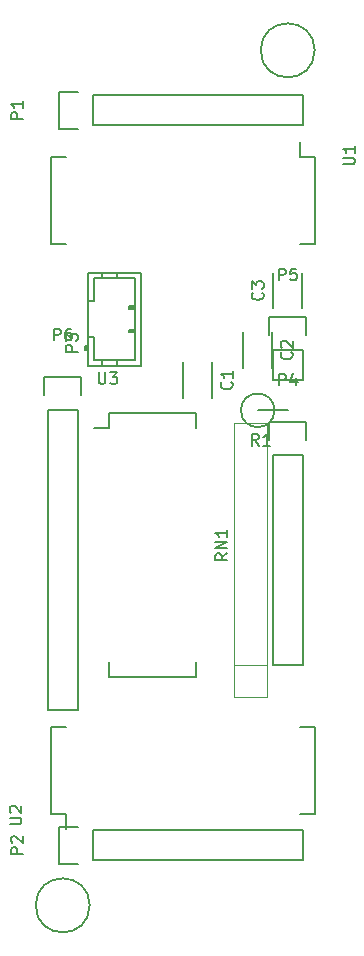
<source format=gbr>
G04 #@! TF.FileFunction,Legend,Top*
%FSLAX46Y46*%
G04 Gerber Fmt 4.6, Leading zero omitted, Abs format (unit mm)*
G04 Created by KiCad (PCBNEW 4.0.6+dfsg1-1) date Tue Oct 24 14:23:59 2017*
%MOMM*%
%LPD*%
G01*
G04 APERTURE LIST*
%ADD10C,0.050000*%
%ADD11C,0.150000*%
%ADD12C,0.120000*%
G04 APERTURE END LIST*
D10*
D11*
X129785000Y-154805000D02*
X131055000Y-154805000D01*
X129785000Y-147455000D02*
X131055000Y-147455000D01*
X152155000Y-147455000D02*
X150885000Y-147455000D01*
X152155000Y-154805000D02*
X150885000Y-154805000D01*
X129785000Y-154805000D02*
X129785000Y-147455000D01*
X152155000Y-154805000D02*
X152155000Y-147455000D01*
X131055000Y-154805000D02*
X131055000Y-156090000D01*
X143490000Y-116590000D02*
X143490000Y-119590000D01*
X140990000Y-119590000D02*
X140990000Y-116590000D01*
X148570000Y-114050000D02*
X148570000Y-117050000D01*
X146070000Y-117050000D02*
X146070000Y-114050000D01*
X148610000Y-112010000D02*
X148610000Y-109010000D01*
X151110000Y-109010000D02*
X151110000Y-112010000D01*
X133350000Y-93980000D02*
X151130000Y-93980000D01*
X151130000Y-93980000D02*
X151130000Y-96520000D01*
X151130000Y-96520000D02*
X133350000Y-96520000D01*
X130530000Y-93700000D02*
X132080000Y-93700000D01*
X133350000Y-93980000D02*
X133350000Y-96520000D01*
X132080000Y-96800000D02*
X130530000Y-96800000D01*
X130530000Y-96800000D02*
X130530000Y-93700000D01*
X133350000Y-156210000D02*
X151130000Y-156210000D01*
X151130000Y-156210000D02*
X151130000Y-158750000D01*
X151130000Y-158750000D02*
X133350000Y-158750000D01*
X130530000Y-155930000D02*
X132080000Y-155930000D01*
X133350000Y-156210000D02*
X133350000Y-158750000D01*
X132080000Y-159030000D02*
X130530000Y-159030000D01*
X130530000Y-159030000D02*
X130530000Y-155930000D01*
X137420000Y-116885000D02*
X132920000Y-116885000D01*
X132920000Y-116885000D02*
X132920000Y-108985000D01*
X132920000Y-108985000D02*
X137420000Y-108985000D01*
X137420000Y-108985000D02*
X137420000Y-116885000D01*
X132920000Y-114435000D02*
X133420000Y-114435000D01*
X133420000Y-114435000D02*
X133420000Y-116385000D01*
X133420000Y-116385000D02*
X136920000Y-116385000D01*
X136920000Y-116385000D02*
X136920000Y-109485000D01*
X136920000Y-109485000D02*
X133420000Y-109485000D01*
X133420000Y-109485000D02*
X133420000Y-111435000D01*
X133420000Y-111435000D02*
X132920000Y-111435000D01*
X134120000Y-116885000D02*
X134120000Y-116385000D01*
X135420000Y-116885000D02*
X135420000Y-116385000D01*
X134120000Y-109485000D02*
X134120000Y-108985000D01*
X135420000Y-109485000D02*
X135420000Y-108985000D01*
X132920000Y-115235000D02*
X132720000Y-115235000D01*
X132720000Y-115235000D02*
X132720000Y-115535000D01*
X132720000Y-115535000D02*
X132920000Y-115535000D01*
X132820000Y-115235000D02*
X132820000Y-115535000D01*
X136920000Y-114035000D02*
X136420000Y-114035000D01*
X136420000Y-114035000D02*
X136420000Y-113835000D01*
X136420000Y-113835000D02*
X136920000Y-113835000D01*
X136920000Y-113935000D02*
X136420000Y-113935000D01*
X136920000Y-112035000D02*
X136420000Y-112035000D01*
X136420000Y-112035000D02*
X136420000Y-111835000D01*
X136420000Y-111835000D02*
X136920000Y-111835000D01*
X136920000Y-111935000D02*
X136420000Y-111935000D01*
X151130000Y-124460000D02*
X151130000Y-142240000D01*
X151130000Y-142240000D02*
X148590000Y-142240000D01*
X148590000Y-142240000D02*
X148590000Y-124460000D01*
X151410000Y-121640000D02*
X151410000Y-123190000D01*
X151130000Y-124460000D02*
X148590000Y-124460000D01*
X148310000Y-123190000D02*
X148310000Y-121640000D01*
X148310000Y-121640000D02*
X151410000Y-121640000D01*
X151130000Y-115570000D02*
X151130000Y-118110000D01*
X151410000Y-112750000D02*
X151410000Y-114300000D01*
X151130000Y-115570000D02*
X148590000Y-115570000D01*
X148310000Y-114300000D02*
X148310000Y-112750000D01*
X148310000Y-112750000D02*
X151410000Y-112750000D01*
X148590000Y-115570000D02*
X148590000Y-118110000D01*
X148590000Y-118110000D02*
X151130000Y-118110000D01*
X132080000Y-120650000D02*
X132080000Y-146050000D01*
X132080000Y-146050000D02*
X129540000Y-146050000D01*
X129540000Y-146050000D02*
X129540000Y-120650000D01*
X132360000Y-117830000D02*
X132360000Y-119380000D01*
X132080000Y-120650000D02*
X129540000Y-120650000D01*
X129260000Y-119380000D02*
X129260000Y-117830000D01*
X129260000Y-117830000D02*
X132360000Y-117830000D01*
X147320000Y-120650000D02*
X149860000Y-120650000D01*
X148739903Y-120650000D02*
G75*
G03X148739903Y-120650000I-1419903J0D01*
G01*
X152146000Y-90170000D02*
G75*
G03X152146000Y-90170000I-2286000J0D01*
G01*
X133096000Y-162560000D02*
G75*
G03X133096000Y-162560000I-2286000J0D01*
G01*
X152155000Y-99195000D02*
X150885000Y-99195000D01*
X152155000Y-106545000D02*
X150885000Y-106545000D01*
X129785000Y-106545000D02*
X131055000Y-106545000D01*
X129785000Y-99195000D02*
X131055000Y-99195000D01*
X152155000Y-99195000D02*
X152155000Y-106545000D01*
X129785000Y-99195000D02*
X129785000Y-106545000D01*
X150885000Y-99195000D02*
X150885000Y-97910000D01*
X134755000Y-120895000D02*
X134755000Y-122165000D01*
X142105000Y-120895000D02*
X142105000Y-122165000D01*
X142105000Y-143265000D02*
X142105000Y-141995000D01*
X134755000Y-143265000D02*
X134755000Y-141995000D01*
X134755000Y-120895000D02*
X142105000Y-120895000D01*
X134755000Y-143265000D02*
X142105000Y-143265000D01*
X134755000Y-122165000D02*
X133470000Y-122165000D01*
D12*
X145285000Y-144950000D02*
X148085000Y-144950000D01*
X148085000Y-144950000D02*
X148085000Y-121750000D01*
X148085000Y-121750000D02*
X145285000Y-121750000D01*
X145285000Y-121750000D02*
X145285000Y-144950000D01*
X145285000Y-142240000D02*
X148085000Y-142240000D01*
D11*
X126312381Y-155701905D02*
X127121905Y-155701905D01*
X127217143Y-155654286D01*
X127264762Y-155606667D01*
X127312381Y-155511429D01*
X127312381Y-155320952D01*
X127264762Y-155225714D01*
X127217143Y-155178095D01*
X127121905Y-155130476D01*
X126312381Y-155130476D01*
X126407619Y-154701905D02*
X126360000Y-154654286D01*
X126312381Y-154559048D01*
X126312381Y-154320952D01*
X126360000Y-154225714D01*
X126407619Y-154178095D01*
X126502857Y-154130476D01*
X126598095Y-154130476D01*
X126740952Y-154178095D01*
X127312381Y-154749524D01*
X127312381Y-154130476D01*
X145097143Y-118256666D02*
X145144762Y-118304285D01*
X145192381Y-118447142D01*
X145192381Y-118542380D01*
X145144762Y-118685238D01*
X145049524Y-118780476D01*
X144954286Y-118828095D01*
X144763810Y-118875714D01*
X144620952Y-118875714D01*
X144430476Y-118828095D01*
X144335238Y-118780476D01*
X144240000Y-118685238D01*
X144192381Y-118542380D01*
X144192381Y-118447142D01*
X144240000Y-118304285D01*
X144287619Y-118256666D01*
X145192381Y-117304285D02*
X145192381Y-117875714D01*
X145192381Y-117590000D02*
X144192381Y-117590000D01*
X144335238Y-117685238D01*
X144430476Y-117780476D01*
X144478095Y-117875714D01*
X150177143Y-115716666D02*
X150224762Y-115764285D01*
X150272381Y-115907142D01*
X150272381Y-116002380D01*
X150224762Y-116145238D01*
X150129524Y-116240476D01*
X150034286Y-116288095D01*
X149843810Y-116335714D01*
X149700952Y-116335714D01*
X149510476Y-116288095D01*
X149415238Y-116240476D01*
X149320000Y-116145238D01*
X149272381Y-116002380D01*
X149272381Y-115907142D01*
X149320000Y-115764285D01*
X149367619Y-115716666D01*
X149367619Y-115335714D02*
X149320000Y-115288095D01*
X149272381Y-115192857D01*
X149272381Y-114954761D01*
X149320000Y-114859523D01*
X149367619Y-114811904D01*
X149462857Y-114764285D01*
X149558095Y-114764285D01*
X149700952Y-114811904D01*
X150272381Y-115383333D01*
X150272381Y-114764285D01*
X147717143Y-110676666D02*
X147764762Y-110724285D01*
X147812381Y-110867142D01*
X147812381Y-110962380D01*
X147764762Y-111105238D01*
X147669524Y-111200476D01*
X147574286Y-111248095D01*
X147383810Y-111295714D01*
X147240952Y-111295714D01*
X147050476Y-111248095D01*
X146955238Y-111200476D01*
X146860000Y-111105238D01*
X146812381Y-110962380D01*
X146812381Y-110867142D01*
X146860000Y-110724285D01*
X146907619Y-110676666D01*
X146812381Y-110343333D02*
X146812381Y-109724285D01*
X147193333Y-110057619D01*
X147193333Y-109914761D01*
X147240952Y-109819523D01*
X147288571Y-109771904D01*
X147383810Y-109724285D01*
X147621905Y-109724285D01*
X147717143Y-109771904D01*
X147764762Y-109819523D01*
X147812381Y-109914761D01*
X147812381Y-110200476D01*
X147764762Y-110295714D01*
X147717143Y-110343333D01*
X127432381Y-95988095D02*
X126432381Y-95988095D01*
X126432381Y-95607142D01*
X126480000Y-95511904D01*
X126527619Y-95464285D01*
X126622857Y-95416666D01*
X126765714Y-95416666D01*
X126860952Y-95464285D01*
X126908571Y-95511904D01*
X126956190Y-95607142D01*
X126956190Y-95988095D01*
X127432381Y-94464285D02*
X127432381Y-95035714D01*
X127432381Y-94750000D02*
X126432381Y-94750000D01*
X126575238Y-94845238D01*
X126670476Y-94940476D01*
X126718095Y-95035714D01*
X127432381Y-158218095D02*
X126432381Y-158218095D01*
X126432381Y-157837142D01*
X126480000Y-157741904D01*
X126527619Y-157694285D01*
X126622857Y-157646666D01*
X126765714Y-157646666D01*
X126860952Y-157694285D01*
X126908571Y-157741904D01*
X126956190Y-157837142D01*
X126956190Y-158218095D01*
X126527619Y-157265714D02*
X126480000Y-157218095D01*
X126432381Y-157122857D01*
X126432381Y-156884761D01*
X126480000Y-156789523D01*
X126527619Y-156741904D01*
X126622857Y-156694285D01*
X126718095Y-156694285D01*
X126860952Y-156741904D01*
X127432381Y-157313333D01*
X127432381Y-156694285D01*
X132072381Y-115673095D02*
X131072381Y-115673095D01*
X131072381Y-115292142D01*
X131120000Y-115196904D01*
X131167619Y-115149285D01*
X131262857Y-115101666D01*
X131405714Y-115101666D01*
X131500952Y-115149285D01*
X131548571Y-115196904D01*
X131596190Y-115292142D01*
X131596190Y-115673095D01*
X131072381Y-114768333D02*
X131072381Y-114149285D01*
X131453333Y-114482619D01*
X131453333Y-114339761D01*
X131500952Y-114244523D01*
X131548571Y-114196904D01*
X131643810Y-114149285D01*
X131881905Y-114149285D01*
X131977143Y-114196904D01*
X132024762Y-114244523D01*
X132072381Y-114339761D01*
X132072381Y-114625476D01*
X132024762Y-114720714D01*
X131977143Y-114768333D01*
X149121905Y-118542381D02*
X149121905Y-117542381D01*
X149502858Y-117542381D01*
X149598096Y-117590000D01*
X149645715Y-117637619D01*
X149693334Y-117732857D01*
X149693334Y-117875714D01*
X149645715Y-117970952D01*
X149598096Y-118018571D01*
X149502858Y-118066190D01*
X149121905Y-118066190D01*
X150550477Y-117875714D02*
X150550477Y-118542381D01*
X150312381Y-117494762D02*
X150074286Y-118209048D01*
X150693334Y-118209048D01*
X149121905Y-109652381D02*
X149121905Y-108652381D01*
X149502858Y-108652381D01*
X149598096Y-108700000D01*
X149645715Y-108747619D01*
X149693334Y-108842857D01*
X149693334Y-108985714D01*
X149645715Y-109080952D01*
X149598096Y-109128571D01*
X149502858Y-109176190D01*
X149121905Y-109176190D01*
X150598096Y-108652381D02*
X150121905Y-108652381D01*
X150074286Y-109128571D01*
X150121905Y-109080952D01*
X150217143Y-109033333D01*
X150455239Y-109033333D01*
X150550477Y-109080952D01*
X150598096Y-109128571D01*
X150645715Y-109223810D01*
X150645715Y-109461905D01*
X150598096Y-109557143D01*
X150550477Y-109604762D01*
X150455239Y-109652381D01*
X150217143Y-109652381D01*
X150121905Y-109604762D01*
X150074286Y-109557143D01*
X130071905Y-114732381D02*
X130071905Y-113732381D01*
X130452858Y-113732381D01*
X130548096Y-113780000D01*
X130595715Y-113827619D01*
X130643334Y-113922857D01*
X130643334Y-114065714D01*
X130595715Y-114160952D01*
X130548096Y-114208571D01*
X130452858Y-114256190D01*
X130071905Y-114256190D01*
X131500477Y-113732381D02*
X131310000Y-113732381D01*
X131214762Y-113780000D01*
X131167143Y-113827619D01*
X131071905Y-113970476D01*
X131024286Y-114160952D01*
X131024286Y-114541905D01*
X131071905Y-114637143D01*
X131119524Y-114684762D01*
X131214762Y-114732381D01*
X131405239Y-114732381D01*
X131500477Y-114684762D01*
X131548096Y-114637143D01*
X131595715Y-114541905D01*
X131595715Y-114303810D01*
X131548096Y-114208571D01*
X131500477Y-114160952D01*
X131405239Y-114113333D01*
X131214762Y-114113333D01*
X131119524Y-114160952D01*
X131071905Y-114208571D01*
X131024286Y-114303810D01*
X147407334Y-123642381D02*
X147074000Y-123166190D01*
X146835905Y-123642381D02*
X146835905Y-122642381D01*
X147216858Y-122642381D01*
X147312096Y-122690000D01*
X147359715Y-122737619D01*
X147407334Y-122832857D01*
X147407334Y-122975714D01*
X147359715Y-123070952D01*
X147312096Y-123118571D01*
X147216858Y-123166190D01*
X146835905Y-123166190D01*
X148359715Y-123642381D02*
X147788286Y-123642381D01*
X148074000Y-123642381D02*
X148074000Y-122642381D01*
X147978762Y-122785238D01*
X147883524Y-122880476D01*
X147788286Y-122928095D01*
X154532381Y-99821905D02*
X155341905Y-99821905D01*
X155437143Y-99774286D01*
X155484762Y-99726667D01*
X155532381Y-99631429D01*
X155532381Y-99440952D01*
X155484762Y-99345714D01*
X155437143Y-99298095D01*
X155341905Y-99250476D01*
X154532381Y-99250476D01*
X155532381Y-98250476D02*
X155532381Y-98821905D01*
X155532381Y-98536191D02*
X154532381Y-98536191D01*
X154675238Y-98631429D01*
X154770476Y-98726667D01*
X154818095Y-98821905D01*
X133858095Y-117422381D02*
X133858095Y-118231905D01*
X133905714Y-118327143D01*
X133953333Y-118374762D01*
X134048571Y-118422381D01*
X134239048Y-118422381D01*
X134334286Y-118374762D01*
X134381905Y-118327143D01*
X134429524Y-118231905D01*
X134429524Y-117422381D01*
X134810476Y-117422381D02*
X135429524Y-117422381D01*
X135096190Y-117803333D01*
X135239048Y-117803333D01*
X135334286Y-117850952D01*
X135381905Y-117898571D01*
X135429524Y-117993810D01*
X135429524Y-118231905D01*
X135381905Y-118327143D01*
X135334286Y-118374762D01*
X135239048Y-118422381D01*
X134953333Y-118422381D01*
X134858095Y-118374762D01*
X134810476Y-118327143D01*
X144737381Y-132770476D02*
X144261190Y-133103810D01*
X144737381Y-133341905D02*
X143737381Y-133341905D01*
X143737381Y-132960952D01*
X143785000Y-132865714D01*
X143832619Y-132818095D01*
X143927857Y-132770476D01*
X144070714Y-132770476D01*
X144165952Y-132818095D01*
X144213571Y-132865714D01*
X144261190Y-132960952D01*
X144261190Y-133341905D01*
X144737381Y-132341905D02*
X143737381Y-132341905D01*
X144737381Y-131770476D01*
X143737381Y-131770476D01*
X144737381Y-130770476D02*
X144737381Y-131341905D01*
X144737381Y-131056191D02*
X143737381Y-131056191D01*
X143880238Y-131151429D01*
X143975476Y-131246667D01*
X144023095Y-131341905D01*
M02*

</source>
